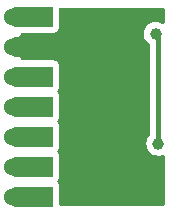
<source format=gbl>
G04 #@! TF.GenerationSoftware,KiCad,Pcbnew,(6.0.8)*
G04 #@! TF.CreationDate,2023-05-03T15:07:12+02:00*
G04 #@! TF.ProjectId,18_Mesure_Courant,31385f4d-6573-4757-9265-5f436f757261,rev?*
G04 #@! TF.SameCoordinates,Original*
G04 #@! TF.FileFunction,Copper,L2,Bot*
G04 #@! TF.FilePolarity,Positive*
%FSLAX46Y46*%
G04 Gerber Fmt 4.6, Leading zero omitted, Abs format (unit mm)*
G04 Created by KiCad (PCBNEW (6.0.8)) date 2023-05-03 15:07:12*
%MOMM*%
%LPD*%
G01*
G04 APERTURE LIST*
G04 Aperture macros list*
%AMFreePoly0*
4,1,19,2.294749,0.844703,2.473926,0.804652,2.640323,0.727060,2.786177,0.615546,2.904682,0.475314,2.990310,0.312906,3.039066,0.135899,3.048675,-0.047448,3.018688,-0.228582,2.950505,-0.399051,2.847308,-0.550902,2.713909,-0.677050,2.556534,-0.771611,2.382525,-0.830171,2.200000,-0.850000,-0.850000,-0.850000,-0.850000,0.850000,2.200000,0.850000,2.294749,0.844703,2.294749,0.844703,
$1*%
G04 Aperture macros list end*
G04 #@! TA.AperFunction,ComponentPad*
%ADD10FreePoly0,180.000000*%
G04 #@! TD*
G04 #@! TA.AperFunction,ComponentPad*
%ADD11C,1.524000*%
G04 #@! TD*
G04 #@! TA.AperFunction,ViaPad*
%ADD12C,1.000000*%
G04 #@! TD*
G04 #@! TA.AperFunction,Conductor*
%ADD13C,0.400000*%
G04 #@! TD*
G04 APERTURE END LIST*
D10*
X104140000Y-66040000D03*
D11*
X101600000Y-66040000D03*
X101600000Y-68580000D03*
D10*
X104140000Y-68580000D03*
D11*
X101600000Y-71120000D03*
D10*
X104140000Y-71120000D03*
X104140000Y-73660000D03*
D11*
X101600000Y-73660000D03*
X101600000Y-76200000D03*
D10*
X104140000Y-76200000D03*
X104140000Y-78740000D03*
D11*
X101600000Y-78740000D03*
X101600000Y-81280000D03*
D10*
X104140000Y-81280000D03*
D12*
X109855000Y-81280000D03*
X107950000Y-71755000D03*
X109855000Y-73640000D03*
X111760000Y-67310000D03*
X107950000Y-73660000D03*
X107950000Y-67310000D03*
X113893600Y-76809600D03*
X113665000Y-67487800D03*
D13*
X104140000Y-68580000D02*
X107315000Y-68580000D01*
X109855000Y-71120000D02*
X109855000Y-73640000D01*
X107315000Y-68580000D02*
X109855000Y-71120000D01*
X109855000Y-81280000D02*
X109855000Y-73640000D01*
X113893600Y-76809600D02*
X113893600Y-67716400D01*
X113893600Y-67716400D02*
X113665000Y-67487800D01*
G04 #@! TA.AperFunction,Conductor*
G36*
X114368621Y-65298502D02*
G01*
X114415114Y-65352158D01*
X114426500Y-65404500D01*
X114426500Y-66542835D01*
X114406498Y-66610956D01*
X114352842Y-66657449D01*
X114282568Y-66667553D01*
X114232248Y-66648144D01*
X114231675Y-66647670D01*
X114057701Y-66553602D01*
X113868768Y-66495118D01*
X113862643Y-66494474D01*
X113862642Y-66494474D01*
X113678204Y-66475089D01*
X113678202Y-66475089D01*
X113672075Y-66474445D01*
X113589576Y-66481953D01*
X113481251Y-66491811D01*
X113481248Y-66491812D01*
X113475112Y-66492370D01*
X113469206Y-66494108D01*
X113469202Y-66494109D01*
X113364076Y-66525049D01*
X113285381Y-66548210D01*
X113279923Y-66551063D01*
X113279919Y-66551065D01*
X113189147Y-66598520D01*
X113110110Y-66639840D01*
X112955975Y-66763768D01*
X112828846Y-66915274D01*
X112825879Y-66920672D01*
X112825875Y-66920677D01*
X112768078Y-67025811D01*
X112733567Y-67088587D01*
X112673765Y-67277106D01*
X112651719Y-67473651D01*
X112668268Y-67670734D01*
X112722783Y-67860850D01*
X112813187Y-68036756D01*
X112936035Y-68191753D01*
X113086650Y-68319936D01*
X113120573Y-68338895D01*
X113170276Y-68389586D01*
X113185100Y-68448881D01*
X113185100Y-76039083D01*
X113165098Y-76107204D01*
X113155621Y-76120073D01*
X113057446Y-76237074D01*
X113054479Y-76242472D01*
X113054475Y-76242477D01*
X113037116Y-76274054D01*
X112962167Y-76410387D01*
X112902365Y-76598906D01*
X112880319Y-76795451D01*
X112896868Y-76992534D01*
X112951383Y-77182650D01*
X113041787Y-77358556D01*
X113164635Y-77513553D01*
X113169328Y-77517547D01*
X113169329Y-77517548D01*
X113237160Y-77575276D01*
X113315250Y-77641736D01*
X113487894Y-77738224D01*
X113675992Y-77799340D01*
X113872377Y-77822758D01*
X113878512Y-77822286D01*
X113878514Y-77822286D01*
X114063430Y-77808057D01*
X114063434Y-77808056D01*
X114069572Y-77807584D01*
X114105918Y-77797436D01*
X114254123Y-77756057D01*
X114254128Y-77756055D01*
X114255381Y-77755705D01*
X114255383Y-77755705D01*
X114260063Y-77754398D01*
X114260311Y-77755288D01*
X114325675Y-77749755D01*
X114388426Y-77782964D01*
X114423261Y-77844827D01*
X114426500Y-77873214D01*
X114426500Y-81915500D01*
X114406498Y-81983621D01*
X114352842Y-82030114D01*
X114300500Y-82041500D01*
X105629729Y-82041500D01*
X105561608Y-82021498D01*
X105515115Y-81967842D01*
X105503729Y-81915500D01*
X105503729Y-81357581D01*
X105503925Y-81350548D01*
X105506514Y-81304243D01*
X105506514Y-81304238D01*
X105506704Y-81300840D01*
X105503902Y-81247377D01*
X105503729Y-81240782D01*
X105503729Y-80430000D01*
X105498500Y-80356889D01*
X105457304Y-80216589D01*
X105392194Y-80115276D01*
X105383122Y-80101159D01*
X105383120Y-80101156D01*
X105378250Y-80093579D01*
X105372676Y-80088749D01*
X105343525Y-80024922D01*
X105353627Y-79954647D01*
X105373018Y-79924474D01*
X105416274Y-79874555D01*
X105416276Y-79874552D01*
X105422176Y-79867743D01*
X105482919Y-79734734D01*
X105503729Y-79590000D01*
X105503729Y-78817581D01*
X105503925Y-78810548D01*
X105506514Y-78764243D01*
X105506514Y-78764238D01*
X105506704Y-78760840D01*
X105503902Y-78707377D01*
X105503729Y-78700782D01*
X105503729Y-77890000D01*
X105498500Y-77816889D01*
X105457304Y-77676589D01*
X105392194Y-77575276D01*
X105383122Y-77561159D01*
X105383120Y-77561156D01*
X105378250Y-77553579D01*
X105372676Y-77548749D01*
X105343525Y-77484922D01*
X105353627Y-77414647D01*
X105373018Y-77384474D01*
X105416274Y-77334555D01*
X105416276Y-77334552D01*
X105422176Y-77327743D01*
X105482919Y-77194734D01*
X105503729Y-77050000D01*
X105503729Y-76277581D01*
X105503925Y-76270548D01*
X105506514Y-76224243D01*
X105506514Y-76224238D01*
X105506704Y-76220840D01*
X105503902Y-76167377D01*
X105503729Y-76160782D01*
X105503729Y-75350000D01*
X105498500Y-75276889D01*
X105457304Y-75136589D01*
X105392194Y-75035276D01*
X105383122Y-75021159D01*
X105383120Y-75021156D01*
X105378250Y-75013579D01*
X105372676Y-75008749D01*
X105343525Y-74944922D01*
X105353627Y-74874647D01*
X105373018Y-74844474D01*
X105416274Y-74794555D01*
X105416276Y-74794552D01*
X105422176Y-74787743D01*
X105482919Y-74654734D01*
X105503729Y-74510000D01*
X105503729Y-73737581D01*
X105503925Y-73730548D01*
X105506514Y-73684243D01*
X105506514Y-73684238D01*
X105506704Y-73680840D01*
X105503902Y-73627377D01*
X105503729Y-73620782D01*
X105503729Y-72810000D01*
X105498500Y-72736889D01*
X105457304Y-72596589D01*
X105392194Y-72495276D01*
X105383122Y-72481159D01*
X105383120Y-72481156D01*
X105378250Y-72473579D01*
X105372676Y-72468749D01*
X105343525Y-72404922D01*
X105353627Y-72334647D01*
X105373018Y-72304474D01*
X105416274Y-72254555D01*
X105416276Y-72254552D01*
X105422176Y-72247743D01*
X105482919Y-72114734D01*
X105503729Y-71970000D01*
X105503729Y-71197581D01*
X105503925Y-71190548D01*
X105506514Y-71144243D01*
X105506514Y-71144238D01*
X105506704Y-71140840D01*
X105503902Y-71087377D01*
X105503729Y-71080782D01*
X105503729Y-70270000D01*
X105498500Y-70196889D01*
X105457304Y-70056589D01*
X105392194Y-69955276D01*
X105383122Y-69941159D01*
X105383120Y-69941156D01*
X105378250Y-69933579D01*
X105371440Y-69927678D01*
X105274555Y-69843726D01*
X105274552Y-69843724D01*
X105267743Y-69837824D01*
X105134734Y-69777081D01*
X104990000Y-69756271D01*
X102423134Y-69756271D01*
X102355013Y-69736269D01*
X102308520Y-69682613D01*
X102304817Y-69660043D01*
X102287071Y-69626281D01*
X102145405Y-69484615D01*
X102111379Y-69422303D01*
X102108500Y-69395520D01*
X102108500Y-69033480D01*
X102128502Y-68965359D01*
X102182158Y-68918866D01*
X102252432Y-68908762D01*
X102317012Y-68938256D01*
X102323595Y-68944385D01*
X102647003Y-69267793D01*
X102658777Y-69274223D01*
X102670793Y-69264926D01*
X102700897Y-69221932D01*
X102706377Y-69212441D01*
X102795645Y-69021007D01*
X102799391Y-69010715D01*
X102854059Y-68806691D01*
X102855962Y-68795896D01*
X102874372Y-68585475D01*
X102874372Y-68574525D01*
X102855962Y-68364104D01*
X102854059Y-68353309D01*
X102799391Y-68149285D01*
X102795645Y-68138993D01*
X102706377Y-67947559D01*
X102700897Y-67938068D01*
X102670206Y-67894235D01*
X102659729Y-67885860D01*
X102646282Y-67892928D01*
X102323595Y-68215615D01*
X102261283Y-68249641D01*
X102190468Y-68244576D01*
X102133632Y-68202029D01*
X102108821Y-68135509D01*
X102108500Y-68126520D01*
X102108500Y-67764480D01*
X102128502Y-67696359D01*
X102145405Y-67675385D01*
X102287793Y-67532997D01*
X102304856Y-67501750D01*
X102311905Y-67469344D01*
X102362107Y-67419142D01*
X102422493Y-67403729D01*
X104990000Y-67403729D01*
X105021986Y-67401441D01*
X105056373Y-67398982D01*
X105056374Y-67398982D01*
X105063111Y-67398500D01*
X105142618Y-67375155D01*
X105194765Y-67359843D01*
X105194767Y-67359842D01*
X105203411Y-67357304D01*
X105242730Y-67332035D01*
X105318841Y-67283122D01*
X105318844Y-67283120D01*
X105326421Y-67278250D01*
X105390132Y-67204724D01*
X105416274Y-67174555D01*
X105416276Y-67174552D01*
X105422176Y-67167743D01*
X105482919Y-67034734D01*
X105503729Y-66890000D01*
X105503729Y-66117581D01*
X105503925Y-66110548D01*
X105506514Y-66064243D01*
X105506514Y-66064238D01*
X105506704Y-66060840D01*
X105503902Y-66007377D01*
X105503729Y-66000782D01*
X105503729Y-65404500D01*
X105523731Y-65336379D01*
X105577387Y-65289886D01*
X105629729Y-65278500D01*
X114300500Y-65278500D01*
X114368621Y-65298502D01*
G37*
G04 #@! TD.AperFunction*
M02*

</source>
